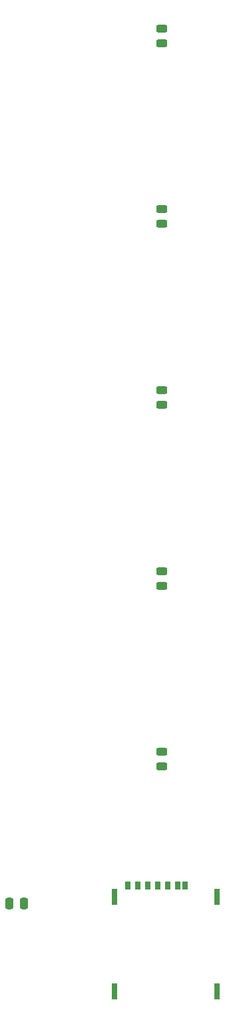
<source format=gtp>
%TF.GenerationSoftware,KiCad,Pcbnew,7.0.2*%
%TF.CreationDate,2023-05-22T14:24:39+07:00*%
%TF.ProjectId,ph_portable_refrigerator_display_hw_v2,70685f70-6f72-4746-9162-6c655f726566,rev?*%
%TF.SameCoordinates,Original*%
%TF.FileFunction,Paste,Top*%
%TF.FilePolarity,Positive*%
%FSLAX46Y46*%
G04 Gerber Fmt 4.6, Leading zero omitted, Abs format (unit mm)*
G04 Created by KiCad (PCBNEW 7.0.2) date 2023-05-22 14:24:39*
%MOMM*%
%LPD*%
G01*
G04 APERTURE LIST*
G04 Aperture macros list*
%AMRoundRect*
0 Rectangle with rounded corners*
0 $1 Rounding radius*
0 $2 $3 $4 $5 $6 $7 $8 $9 X,Y pos of 4 corners*
0 Add a 4 corners polygon primitive as box body*
4,1,4,$2,$3,$4,$5,$6,$7,$8,$9,$2,$3,0*
0 Add four circle primitives for the rounded corners*
1,1,$1+$1,$2,$3*
1,1,$1+$1,$4,$5*
1,1,$1+$1,$6,$7*
1,1,$1+$1,$8,$9*
0 Add four rect primitives between the rounded corners*
20,1,$1+$1,$2,$3,$4,$5,0*
20,1,$1+$1,$4,$5,$6,$7,0*
20,1,$1+$1,$6,$7,$8,$9,0*
20,1,$1+$1,$8,$9,$2,$3,0*%
G04 Aperture macros list end*
%ADD10RoundRect,0.243750X-0.456250X0.243750X-0.456250X-0.243750X0.456250X-0.243750X0.456250X0.243750X0*%
%ADD11R,0.800000X1.140000*%
%ADD12R,0.700000X2.100000*%
%ADD13RoundRect,0.243750X0.456250X-0.243750X0.456250X0.243750X-0.456250X0.243750X-0.456250X-0.243750X0*%
%ADD14RoundRect,0.250000X0.250000X0.475000X-0.250000X0.475000X-0.250000X-0.475000X0.250000X-0.475000X0*%
G04 APERTURE END LIST*
D10*
%TO.C,D5*%
X57030000Y-168572500D03*
X57030000Y-170447500D03*
%TD*%
D11*
%TO.C,J1*%
X57750000Y-185545000D03*
X55210000Y-185545000D03*
X52670000Y-185545000D03*
X59020000Y-185545000D03*
X56480000Y-185545000D03*
X53940000Y-185545000D03*
X59970000Y-185545000D03*
D12*
X51000000Y-187025000D03*
X64000000Y-187025000D03*
X51000000Y-199025000D03*
X64000000Y-199025000D03*
%TD*%
D10*
%TO.C,D1*%
X57000000Y-145562500D03*
X57000000Y-147437500D03*
%TD*%
D13*
%TO.C,D2*%
X56957597Y-124457497D03*
X56957597Y-122582497D03*
%TD*%
D10*
%TO.C,D4*%
X57000000Y-76562500D03*
X57000000Y-78437500D03*
%TD*%
D14*
%TO.C,C1*%
X39500000Y-187825000D03*
X37600000Y-187825000D03*
%TD*%
D10*
%TO.C,D3*%
X57000000Y-99562500D03*
X57000000Y-101437500D03*
%TD*%
M02*

</source>
